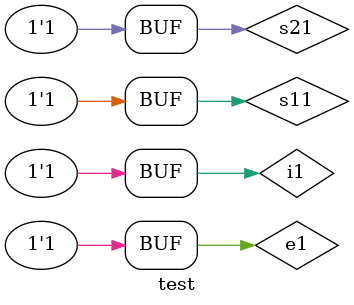
<source format=v>
module demux14(s1,s2,i,e,x,y,z,w);
    input s1,s2,i,e;
    output x,y,z,w;
    assign x=i&e&~s1&~s2;
    assign y=i&e&~s1&s2;
    assign z=i&e&s1&~s2;
    assign w=i&e&s1&s2;
endmodule

module test;
    reg s11,s21,i1,e1;
    wire x1,y1,z1,w1;
    demux14 h1(s11,s21,i1,e1,x1,y1,z1,w1);
    initial begin
        $display("s1\ts2\te\ti\tx\ty\tz\tw");
        $monitor("%b\t%b\t%b\t%b\t%b\t%b\t%b\t%b\t",s11,s21,e1,i1,x1,y1,z1,w1);
        i1=0;e1=1;s11=0;s21=0;
       #10 i1=1;e1=1;s11=1;s21=1;

    end
endmodule



</source>
